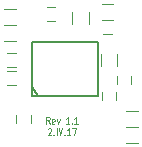
<source format=gbr>
G04 #@! TF.FileFunction,Legend,Top*
%FSLAX46Y46*%
G04 Gerber Fmt 4.6, Leading zero omitted, Abs format (unit mm)*
G04 Created by KiCad (PCBNEW 4.0.2-stable) date 02-04-2017 12:22:52*
%MOMM*%
G01*
G04 APERTURE LIST*
%ADD10C,0.100000*%
%ADD11C,0.125000*%
%ADD12C,0.120000*%
%ADD13C,0.150000*%
G04 APERTURE END LIST*
D10*
D11*
X6990687Y-12057129D02*
X6824020Y-11771414D01*
X6704973Y-12057129D02*
X6704973Y-11457129D01*
X6895449Y-11457129D01*
X6943068Y-11485700D01*
X6966877Y-11514271D01*
X6990687Y-11571414D01*
X6990687Y-11657129D01*
X6966877Y-11714271D01*
X6943068Y-11742843D01*
X6895449Y-11771414D01*
X6704973Y-11771414D01*
X7395449Y-12028557D02*
X7347830Y-12057129D01*
X7252592Y-12057129D01*
X7204973Y-12028557D01*
X7181163Y-11971414D01*
X7181163Y-11742843D01*
X7204973Y-11685700D01*
X7252592Y-11657129D01*
X7347830Y-11657129D01*
X7395449Y-11685700D01*
X7419258Y-11742843D01*
X7419258Y-11799986D01*
X7181163Y-11857129D01*
X7585925Y-11657129D02*
X7704972Y-12057129D01*
X7824020Y-11657129D01*
X8657352Y-12057129D02*
X8371638Y-12057129D01*
X8514495Y-12057129D02*
X8514495Y-11457129D01*
X8466876Y-11542843D01*
X8419257Y-11599986D01*
X8371638Y-11628557D01*
X8871638Y-11999986D02*
X8895447Y-12028557D01*
X8871638Y-12057129D01*
X8847828Y-12028557D01*
X8871638Y-11999986D01*
X8871638Y-12057129D01*
X9371637Y-12057129D02*
X9085923Y-12057129D01*
X9228780Y-12057129D02*
X9228780Y-11457129D01*
X9181161Y-11542843D01*
X9133542Y-11599986D01*
X9085923Y-11628557D01*
X6835925Y-12479271D02*
X6859735Y-12450700D01*
X6907354Y-12422129D01*
X7026401Y-12422129D01*
X7074020Y-12450700D01*
X7097830Y-12479271D01*
X7121639Y-12536414D01*
X7121639Y-12593557D01*
X7097830Y-12679271D01*
X6812116Y-13022129D01*
X7121639Y-13022129D01*
X7335925Y-12964986D02*
X7359734Y-12993557D01*
X7335925Y-13022129D01*
X7312115Y-12993557D01*
X7335925Y-12964986D01*
X7335925Y-13022129D01*
X7574020Y-13022129D02*
X7574020Y-12422129D01*
X7740686Y-12422129D02*
X7907353Y-13022129D01*
X8074019Y-12422129D01*
X8240686Y-12964986D02*
X8264495Y-12993557D01*
X8240686Y-13022129D01*
X8216876Y-12993557D01*
X8240686Y-12964986D01*
X8240686Y-13022129D01*
X8740685Y-13022129D02*
X8454971Y-13022129D01*
X8597828Y-13022129D02*
X8597828Y-12422129D01*
X8550209Y-12507843D01*
X8502590Y-12564986D01*
X8454971Y-12593557D01*
X8907352Y-12422129D02*
X9240685Y-12422129D01*
X9026399Y-13022129D01*
D12*
X4175200Y-12008600D02*
X4175200Y-11308600D01*
X5375200Y-11308600D02*
X5375200Y-12008600D01*
X4109200Y-7280200D02*
X3409200Y-7280200D01*
X3409200Y-6080200D02*
X4109200Y-6080200D01*
X11439600Y-10027400D02*
X11439600Y-9327400D01*
X12639600Y-9327400D02*
X12639600Y-10027400D01*
X11537200Y-3286200D02*
X12237200Y-3286200D01*
X12237200Y-4486200D02*
X11537200Y-4486200D01*
X4109200Y-8804200D02*
X3409200Y-8804200D01*
X3409200Y-7604200D02*
X4109200Y-7604200D01*
X7462000Y-3343200D02*
X6762000Y-3343200D01*
X6762000Y-2143200D02*
X7462000Y-2143200D01*
X12709600Y-8706600D02*
X12709600Y-8006600D01*
X13909600Y-8006600D02*
X13909600Y-8706600D01*
X10281200Y-2624200D02*
X10281200Y-3624200D01*
X8921200Y-3624200D02*
X8921200Y-2624200D01*
X12694200Y-6180200D02*
X12694200Y-7180200D01*
X11334200Y-7180200D02*
X11334200Y-6180200D01*
X12387200Y-3296200D02*
X11387200Y-3296200D01*
X11387200Y-1936200D02*
X12387200Y-1936200D01*
D13*
X5537200Y-8966200D02*
X6045200Y-9728200D01*
X11125200Y-5156200D02*
X5537200Y-5156200D01*
X5537200Y-5156200D02*
X5537200Y-9728200D01*
X5537200Y-9728200D02*
X11125200Y-9728200D01*
X11125200Y-9728200D02*
X11125200Y-5156200D01*
D12*
X14444600Y-13659400D02*
X13444600Y-13659400D01*
X13444600Y-12299400D02*
X14444600Y-12299400D01*
X14444600Y-12287800D02*
X13444600Y-12287800D01*
X13444600Y-10927800D02*
X14444600Y-10927800D01*
X4132200Y-3651800D02*
X3132200Y-3651800D01*
X3132200Y-2291800D02*
X4132200Y-2291800D01*
X4132200Y-5048800D02*
X3132200Y-5048800D01*
X3132200Y-3688800D02*
X4132200Y-3688800D01*
M02*

</source>
